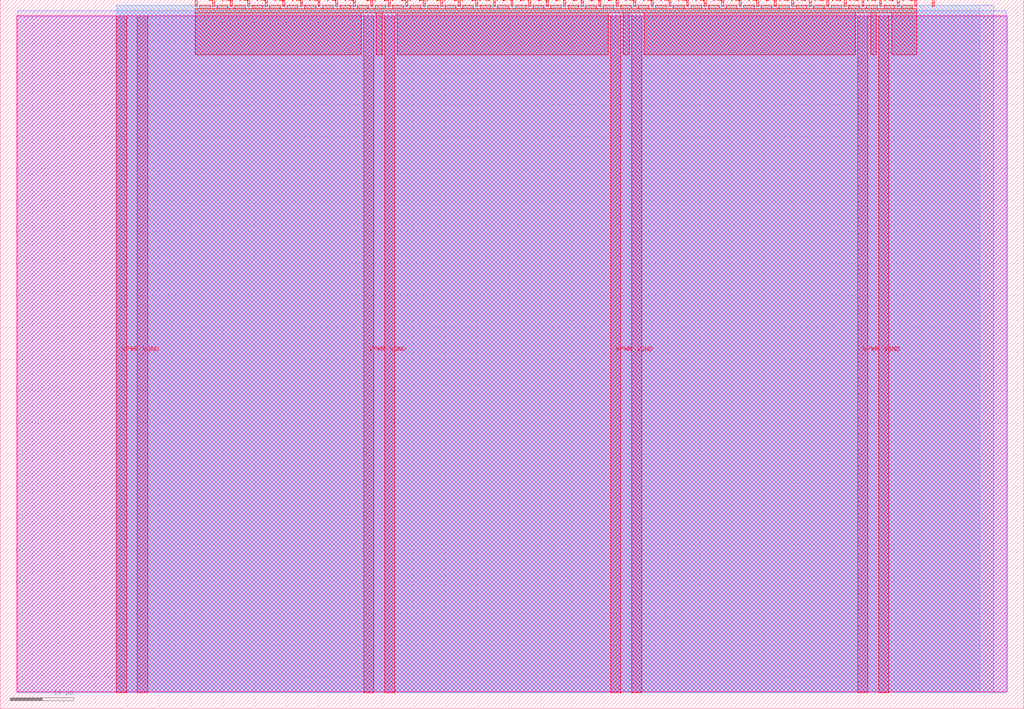
<source format=lef>
VERSION 5.7 ;
  NOWIREEXTENSIONATPIN ON ;
  DIVIDERCHAR "/" ;
  BUSBITCHARS "[]" ;
MACRO tt_um_b2nch_DreiMann_top
  CLASS BLOCK ;
  FOREIGN tt_um_b2nch_DreiMann_top ;
  ORIGIN 0.000 0.000 ;
  SIZE 161.000 BY 111.520 ;
  PIN VGND
    DIRECTION INOUT ;
    USE GROUND ;
    PORT
      LAYER met4 ;
        RECT 21.580 2.480 23.180 109.040 ;
    END
    PORT
      LAYER met4 ;
        RECT 60.450 2.480 62.050 109.040 ;
    END
    PORT
      LAYER met4 ;
        RECT 99.320 2.480 100.920 109.040 ;
    END
    PORT
      LAYER met4 ;
        RECT 138.190 2.480 139.790 109.040 ;
    END
  END VGND
  PIN VPWR
    DIRECTION INOUT ;
    USE POWER ;
    PORT
      LAYER met4 ;
        RECT 18.280 2.480 19.880 109.040 ;
    END
    PORT
      LAYER met4 ;
        RECT 57.150 2.480 58.750 109.040 ;
    END
    PORT
      LAYER met4 ;
        RECT 96.020 2.480 97.620 109.040 ;
    END
    PORT
      LAYER met4 ;
        RECT 134.890 2.480 136.490 109.040 ;
    END
  END VPWR
  PIN clk
    DIRECTION INPUT ;
    USE SIGNAL ;
    ANTENNAGATEAREA 0.852000 ;
    PORT
      LAYER met4 ;
        RECT 143.830 110.520 144.130 111.520 ;
    END
  END clk
  PIN ena
    DIRECTION INPUT ;
    USE SIGNAL ;
    PORT
      LAYER met4 ;
        RECT 146.590 110.520 146.890 111.520 ;
    END
  END ena
  PIN rst_n
    DIRECTION INPUT ;
    USE SIGNAL ;
    ANTENNAGATEAREA 0.196500 ;
    PORT
      LAYER met4 ;
        RECT 141.070 110.520 141.370 111.520 ;
    END
  END rst_n
  PIN ui_in[0]
    DIRECTION INPUT ;
    USE SIGNAL ;
    ANTENNAGATEAREA 0.196500 ;
    PORT
      LAYER met4 ;
        RECT 138.310 110.520 138.610 111.520 ;
    END
  END ui_in[0]
  PIN ui_in[1]
    DIRECTION INPUT ;
    USE SIGNAL ;
    ANTENNAGATEAREA 0.196500 ;
    PORT
      LAYER met4 ;
        RECT 135.550 110.520 135.850 111.520 ;
    END
  END ui_in[1]
  PIN ui_in[2]
    DIRECTION INPUT ;
    USE SIGNAL ;
    ANTENNAGATEAREA 0.852000 ;
    PORT
      LAYER met4 ;
        RECT 132.790 110.520 133.090 111.520 ;
    END
  END ui_in[2]
  PIN ui_in[3]
    DIRECTION INPUT ;
    USE SIGNAL ;
    PORT
      LAYER met4 ;
        RECT 130.030 110.520 130.330 111.520 ;
    END
  END ui_in[3]
  PIN ui_in[4]
    DIRECTION INPUT ;
    USE SIGNAL ;
    PORT
      LAYER met4 ;
        RECT 127.270 110.520 127.570 111.520 ;
    END
  END ui_in[4]
  PIN ui_in[5]
    DIRECTION INPUT ;
    USE SIGNAL ;
    PORT
      LAYER met4 ;
        RECT 124.510 110.520 124.810 111.520 ;
    END
  END ui_in[5]
  PIN ui_in[6]
    DIRECTION INPUT ;
    USE SIGNAL ;
    PORT
      LAYER met4 ;
        RECT 121.750 110.520 122.050 111.520 ;
    END
  END ui_in[6]
  PIN ui_in[7]
    DIRECTION INPUT ;
    USE SIGNAL ;
    PORT
      LAYER met4 ;
        RECT 118.990 110.520 119.290 111.520 ;
    END
  END ui_in[7]
  PIN uio_in[0]
    DIRECTION INPUT ;
    USE SIGNAL ;
    PORT
      LAYER met4 ;
        RECT 116.230 110.520 116.530 111.520 ;
    END
  END uio_in[0]
  PIN uio_in[1]
    DIRECTION INPUT ;
    USE SIGNAL ;
    PORT
      LAYER met4 ;
        RECT 113.470 110.520 113.770 111.520 ;
    END
  END uio_in[1]
  PIN uio_in[2]
    DIRECTION INPUT ;
    USE SIGNAL ;
    PORT
      LAYER met4 ;
        RECT 110.710 110.520 111.010 111.520 ;
    END
  END uio_in[2]
  PIN uio_in[3]
    DIRECTION INPUT ;
    USE SIGNAL ;
    PORT
      LAYER met4 ;
        RECT 107.950 110.520 108.250 111.520 ;
    END
  END uio_in[3]
  PIN uio_in[4]
    DIRECTION INPUT ;
    USE SIGNAL ;
    PORT
      LAYER met4 ;
        RECT 105.190 110.520 105.490 111.520 ;
    END
  END uio_in[4]
  PIN uio_in[5]
    DIRECTION INPUT ;
    USE SIGNAL ;
    PORT
      LAYER met4 ;
        RECT 102.430 110.520 102.730 111.520 ;
    END
  END uio_in[5]
  PIN uio_in[6]
    DIRECTION INPUT ;
    USE SIGNAL ;
    PORT
      LAYER met4 ;
        RECT 99.670 110.520 99.970 111.520 ;
    END
  END uio_in[6]
  PIN uio_in[7]
    DIRECTION INPUT ;
    USE SIGNAL ;
    PORT
      LAYER met4 ;
        RECT 96.910 110.520 97.210 111.520 ;
    END
  END uio_in[7]
  PIN uio_oe[0]
    DIRECTION OUTPUT ;
    USE SIGNAL ;
    PORT
      LAYER met4 ;
        RECT 49.990 110.520 50.290 111.520 ;
    END
  END uio_oe[0]
  PIN uio_oe[1]
    DIRECTION OUTPUT ;
    USE SIGNAL ;
    PORT
      LAYER met4 ;
        RECT 47.230 110.520 47.530 111.520 ;
    END
  END uio_oe[1]
  PIN uio_oe[2]
    DIRECTION OUTPUT ;
    USE SIGNAL ;
    PORT
      LAYER met4 ;
        RECT 44.470 110.520 44.770 111.520 ;
    END
  END uio_oe[2]
  PIN uio_oe[3]
    DIRECTION OUTPUT ;
    USE SIGNAL ;
    PORT
      LAYER met4 ;
        RECT 41.710 110.520 42.010 111.520 ;
    END
  END uio_oe[3]
  PIN uio_oe[4]
    DIRECTION OUTPUT ;
    USE SIGNAL ;
    PORT
      LAYER met4 ;
        RECT 38.950 110.520 39.250 111.520 ;
    END
  END uio_oe[4]
  PIN uio_oe[5]
    DIRECTION OUTPUT ;
    USE SIGNAL ;
    PORT
      LAYER met4 ;
        RECT 36.190 110.520 36.490 111.520 ;
    END
  END uio_oe[5]
  PIN uio_oe[6]
    DIRECTION OUTPUT ;
    USE SIGNAL ;
    PORT
      LAYER met4 ;
        RECT 33.430 110.520 33.730 111.520 ;
    END
  END uio_oe[6]
  PIN uio_oe[7]
    DIRECTION OUTPUT ;
    USE SIGNAL ;
    PORT
      LAYER met4 ;
        RECT 30.670 110.520 30.970 111.520 ;
    END
  END uio_oe[7]
  PIN uio_out[0]
    DIRECTION OUTPUT ;
    USE SIGNAL ;
    PORT
      LAYER met4 ;
        RECT 72.070 110.520 72.370 111.520 ;
    END
  END uio_out[0]
  PIN uio_out[1]
    DIRECTION OUTPUT ;
    USE SIGNAL ;
    PORT
      LAYER met4 ;
        RECT 69.310 110.520 69.610 111.520 ;
    END
  END uio_out[1]
  PIN uio_out[2]
    DIRECTION OUTPUT ;
    USE SIGNAL ;
    PORT
      LAYER met4 ;
        RECT 66.550 110.520 66.850 111.520 ;
    END
  END uio_out[2]
  PIN uio_out[3]
    DIRECTION OUTPUT ;
    USE SIGNAL ;
    PORT
      LAYER met4 ;
        RECT 63.790 110.520 64.090 111.520 ;
    END
  END uio_out[3]
  PIN uio_out[4]
    DIRECTION OUTPUT ;
    USE SIGNAL ;
    PORT
      LAYER met4 ;
        RECT 61.030 110.520 61.330 111.520 ;
    END
  END uio_out[4]
  PIN uio_out[5]
    DIRECTION OUTPUT ;
    USE SIGNAL ;
    PORT
      LAYER met4 ;
        RECT 58.270 110.520 58.570 111.520 ;
    END
  END uio_out[5]
  PIN uio_out[6]
    DIRECTION OUTPUT ;
    USE SIGNAL ;
    PORT
      LAYER met4 ;
        RECT 55.510 110.520 55.810 111.520 ;
    END
  END uio_out[6]
  PIN uio_out[7]
    DIRECTION OUTPUT ;
    USE SIGNAL ;
    PORT
      LAYER met4 ;
        RECT 52.750 110.520 53.050 111.520 ;
    END
  END uio_out[7]
  PIN uo_out[0]
    DIRECTION OUTPUT ;
    USE SIGNAL ;
    ANTENNADIFFAREA 1.524450 ;
    PORT
      LAYER met4 ;
        RECT 94.150 110.520 94.450 111.520 ;
    END
  END uo_out[0]
  PIN uo_out[1]
    DIRECTION OUTPUT ;
    USE SIGNAL ;
    ANTENNADIFFAREA 1.524450 ;
    PORT
      LAYER met4 ;
        RECT 91.390 110.520 91.690 111.520 ;
    END
  END uo_out[1]
  PIN uo_out[2]
    DIRECTION OUTPUT ;
    USE SIGNAL ;
    ANTENNADIFFAREA 1.721000 ;
    PORT
      LAYER met4 ;
        RECT 88.630 110.520 88.930 111.520 ;
    END
  END uo_out[2]
  PIN uo_out[3]
    DIRECTION OUTPUT ;
    USE SIGNAL ;
    ANTENNADIFFAREA 1.524450 ;
    PORT
      LAYER met4 ;
        RECT 85.870 110.520 86.170 111.520 ;
    END
  END uo_out[3]
  PIN uo_out[4]
    DIRECTION OUTPUT ;
    USE SIGNAL ;
    ANTENNADIFFAREA 1.721000 ;
    PORT
      LAYER met4 ;
        RECT 83.110 110.520 83.410 111.520 ;
    END
  END uo_out[4]
  PIN uo_out[5]
    DIRECTION OUTPUT ;
    USE SIGNAL ;
    ANTENNADIFFAREA 1.524450 ;
    PORT
      LAYER met4 ;
        RECT 80.350 110.520 80.650 111.520 ;
    END
  END uo_out[5]
  PIN uo_out[6]
    DIRECTION OUTPUT ;
    USE SIGNAL ;
    ANTENNADIFFAREA 1.524450 ;
    PORT
      LAYER met4 ;
        RECT 77.590 110.520 77.890 111.520 ;
    END
  END uo_out[6]
  PIN uo_out[7]
    DIRECTION OUTPUT ;
    USE SIGNAL ;
    PORT
      LAYER met4 ;
        RECT 74.830 110.520 75.130 111.520 ;
    END
  END uo_out[7]
  OBS
      LAYER nwell ;
        RECT 2.570 2.635 158.430 108.990 ;
      LAYER li1 ;
        RECT 2.760 2.635 158.240 108.885 ;
      LAYER met1 ;
        RECT 2.760 2.480 158.240 109.780 ;
      LAYER met2 ;
        RECT 18.310 2.535 156.300 110.685 ;
      LAYER met3 ;
        RECT 18.290 2.555 154.035 110.665 ;
      LAYER met4 ;
        RECT 31.370 110.120 33.030 110.665 ;
        RECT 34.130 110.120 35.790 110.665 ;
        RECT 36.890 110.120 38.550 110.665 ;
        RECT 39.650 110.120 41.310 110.665 ;
        RECT 42.410 110.120 44.070 110.665 ;
        RECT 45.170 110.120 46.830 110.665 ;
        RECT 47.930 110.120 49.590 110.665 ;
        RECT 50.690 110.120 52.350 110.665 ;
        RECT 53.450 110.120 55.110 110.665 ;
        RECT 56.210 110.120 57.870 110.665 ;
        RECT 58.970 110.120 60.630 110.665 ;
        RECT 61.730 110.120 63.390 110.665 ;
        RECT 64.490 110.120 66.150 110.665 ;
        RECT 67.250 110.120 68.910 110.665 ;
        RECT 70.010 110.120 71.670 110.665 ;
        RECT 72.770 110.120 74.430 110.665 ;
        RECT 75.530 110.120 77.190 110.665 ;
        RECT 78.290 110.120 79.950 110.665 ;
        RECT 81.050 110.120 82.710 110.665 ;
        RECT 83.810 110.120 85.470 110.665 ;
        RECT 86.570 110.120 88.230 110.665 ;
        RECT 89.330 110.120 90.990 110.665 ;
        RECT 92.090 110.120 93.750 110.665 ;
        RECT 94.850 110.120 96.510 110.665 ;
        RECT 97.610 110.120 99.270 110.665 ;
        RECT 100.370 110.120 102.030 110.665 ;
        RECT 103.130 110.120 104.790 110.665 ;
        RECT 105.890 110.120 107.550 110.665 ;
        RECT 108.650 110.120 110.310 110.665 ;
        RECT 111.410 110.120 113.070 110.665 ;
        RECT 114.170 110.120 115.830 110.665 ;
        RECT 116.930 110.120 118.590 110.665 ;
        RECT 119.690 110.120 121.350 110.665 ;
        RECT 122.450 110.120 124.110 110.665 ;
        RECT 125.210 110.120 126.870 110.665 ;
        RECT 127.970 110.120 129.630 110.665 ;
        RECT 130.730 110.120 132.390 110.665 ;
        RECT 133.490 110.120 135.150 110.665 ;
        RECT 136.250 110.120 137.910 110.665 ;
        RECT 139.010 110.120 140.670 110.665 ;
        RECT 141.770 110.120 143.430 110.665 ;
        RECT 30.655 109.440 144.145 110.120 ;
        RECT 30.655 102.855 56.750 109.440 ;
        RECT 59.150 102.855 60.050 109.440 ;
        RECT 62.450 102.855 95.620 109.440 ;
        RECT 98.020 102.855 98.920 109.440 ;
        RECT 101.320 102.855 134.490 109.440 ;
        RECT 136.890 102.855 137.790 109.440 ;
        RECT 140.190 102.855 144.145 109.440 ;
  END
END tt_um_b2nch_DreiMann_top
END LIBRARY


</source>
